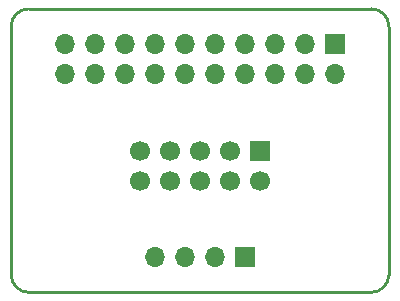
<source format=gbr>
G04 #@! TF.GenerationSoftware,KiCad,Pcbnew,(5.1.8)-1*
G04 #@! TF.CreationDate,2021-03-23T12:11:17-05:00*
G04 #@! TF.ProjectId,STLINK_Adapter,53544c49-4e4b-45f4-9164-61707465722e,rev?*
G04 #@! TF.SameCoordinates,Original*
G04 #@! TF.FileFunction,Soldermask,Bot*
G04 #@! TF.FilePolarity,Negative*
%FSLAX46Y46*%
G04 Gerber Fmt 4.6, Leading zero omitted, Abs format (unit mm)*
G04 Created by KiCad (PCBNEW (5.1.8)-1) date 2021-03-23 12:11:17*
%MOMM*%
%LPD*%
G01*
G04 APERTURE LIST*
G04 #@! TA.AperFunction,Profile*
%ADD10C,0.254000*%
G04 #@! TD*
%ADD11O,1.700000X1.700000*%
%ADD12R,1.700000X1.700000*%
%ADD13C,1.700000*%
G04 APERTURE END LIST*
D10*
X114500000Y-90000000D02*
G75*
G02*
X116000000Y-91500000I0J-1500000D01*
G01*
X116000000Y-112500000D02*
G75*
G02*
X114500000Y-114000000I-1500000J0D01*
G01*
X85500000Y-114000000D02*
G75*
G02*
X84000000Y-112500000I0J1500000D01*
G01*
X85500000Y-114000000D02*
X114500000Y-114000000D01*
X116000000Y-91500000D02*
X116000000Y-112500000D01*
X84000000Y-91500000D02*
X84000000Y-112500000D01*
X84000000Y-91500000D02*
G75*
G02*
X85500000Y-90000000I1500000J0D01*
G01*
X85500000Y-90000000D02*
X114500000Y-90000000D01*
D11*
X96190000Y-111000000D03*
X98730000Y-111000000D03*
X101270000Y-111000000D03*
D12*
X103810000Y-111000000D03*
D13*
X94920000Y-104540000D03*
X94920000Y-102000000D03*
X97460000Y-104540000D03*
X97460000Y-102000000D03*
X100000000Y-104540000D03*
X100000000Y-102000000D03*
X102540000Y-104540000D03*
X102540000Y-102000000D03*
X105080000Y-104540000D03*
D12*
X105080000Y-102000000D03*
D11*
X88570000Y-95520000D03*
X88570000Y-92980000D03*
X91110000Y-95520000D03*
X91110000Y-92980000D03*
X93650000Y-95520000D03*
X93650000Y-92980000D03*
X96190000Y-95520000D03*
X96190000Y-92980000D03*
X98730000Y-95520000D03*
X98730000Y-92980000D03*
X101270000Y-95520000D03*
X101270000Y-92980000D03*
X103810000Y-95520000D03*
X103810000Y-92980000D03*
X106350000Y-95520000D03*
X106350000Y-92980000D03*
X108890000Y-95520000D03*
X108890000Y-92980000D03*
X111430000Y-95520000D03*
D12*
X111430000Y-92980000D03*
M02*

</source>
